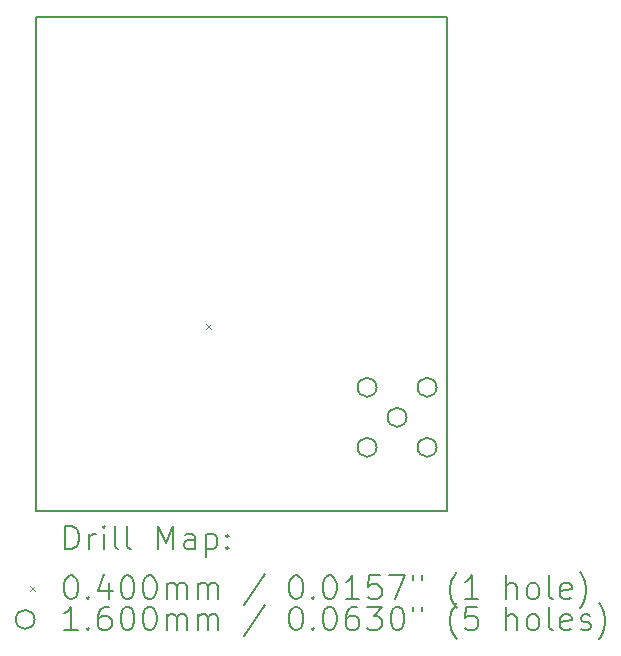
<source format=gbr>
%TF.GenerationSoftware,KiCad,Pcbnew,8.0.7-8.0.7-0~ubuntu22.04.1*%
%TF.CreationDate,2025-01-08T14:26:33-08:00*%
%TF.ProjectId,RFBackscatterV1,52464261-636b-4736-9361-747465725631,rev?*%
%TF.SameCoordinates,Original*%
%TF.FileFunction,Drillmap*%
%TF.FilePolarity,Positive*%
%FSLAX45Y45*%
G04 Gerber Fmt 4.5, Leading zero omitted, Abs format (unit mm)*
G04 Created by KiCad (PCBNEW 8.0.7-8.0.7-0~ubuntu22.04.1) date 2025-01-08 14:26:33*
%MOMM*%
%LPD*%
G01*
G04 APERTURE LIST*
%ADD10C,0.200000*%
%ADD11C,0.100000*%
%ADD12C,0.160020*%
G04 APERTURE END LIST*
D10*
X14640000Y-4500000D02*
X18123000Y-4500000D01*
X18123000Y-8686000D01*
X14640000Y-8686000D01*
X14640000Y-4500000D01*
D11*
X16080000Y-7100000D02*
X16120000Y-7140000D01*
X16120000Y-7100000D02*
X16080000Y-7140000D01*
D12*
X17525010Y-7635000D02*
G75*
G02*
X17364990Y-7635000I-80010J0D01*
G01*
X17364990Y-7635000D02*
G75*
G02*
X17525010Y-7635000I80010J0D01*
G01*
X17525010Y-8143000D02*
G75*
G02*
X17364990Y-8143000I-80010J0D01*
G01*
X17364990Y-8143000D02*
G75*
G02*
X17525010Y-8143000I80010J0D01*
G01*
X17779010Y-7889000D02*
G75*
G02*
X17618990Y-7889000I-80010J0D01*
G01*
X17618990Y-7889000D02*
G75*
G02*
X17779010Y-7889000I80010J0D01*
G01*
X18033010Y-7635000D02*
G75*
G02*
X17872990Y-7635000I-80010J0D01*
G01*
X17872990Y-7635000D02*
G75*
G02*
X18033010Y-7635000I80010J0D01*
G01*
X18033010Y-8143000D02*
G75*
G02*
X17872990Y-8143000I-80010J0D01*
G01*
X17872990Y-8143000D02*
G75*
G02*
X18033010Y-8143000I80010J0D01*
G01*
D10*
X14890777Y-9007484D02*
X14890777Y-8807484D01*
X14890777Y-8807484D02*
X14938396Y-8807484D01*
X14938396Y-8807484D02*
X14966967Y-8817008D01*
X14966967Y-8817008D02*
X14986015Y-8836055D01*
X14986015Y-8836055D02*
X14995539Y-8855103D01*
X14995539Y-8855103D02*
X15005062Y-8893198D01*
X15005062Y-8893198D02*
X15005062Y-8921770D01*
X15005062Y-8921770D02*
X14995539Y-8959865D01*
X14995539Y-8959865D02*
X14986015Y-8978912D01*
X14986015Y-8978912D02*
X14966967Y-8997960D01*
X14966967Y-8997960D02*
X14938396Y-9007484D01*
X14938396Y-9007484D02*
X14890777Y-9007484D01*
X15090777Y-9007484D02*
X15090777Y-8874150D01*
X15090777Y-8912246D02*
X15100301Y-8893198D01*
X15100301Y-8893198D02*
X15109824Y-8883674D01*
X15109824Y-8883674D02*
X15128872Y-8874150D01*
X15128872Y-8874150D02*
X15147920Y-8874150D01*
X15214586Y-9007484D02*
X15214586Y-8874150D01*
X15214586Y-8807484D02*
X15205062Y-8817008D01*
X15205062Y-8817008D02*
X15214586Y-8826531D01*
X15214586Y-8826531D02*
X15224110Y-8817008D01*
X15224110Y-8817008D02*
X15214586Y-8807484D01*
X15214586Y-8807484D02*
X15214586Y-8826531D01*
X15338396Y-9007484D02*
X15319348Y-8997960D01*
X15319348Y-8997960D02*
X15309824Y-8978912D01*
X15309824Y-8978912D02*
X15309824Y-8807484D01*
X15443158Y-9007484D02*
X15424110Y-8997960D01*
X15424110Y-8997960D02*
X15414586Y-8978912D01*
X15414586Y-8978912D02*
X15414586Y-8807484D01*
X15671729Y-9007484D02*
X15671729Y-8807484D01*
X15671729Y-8807484D02*
X15738396Y-8950341D01*
X15738396Y-8950341D02*
X15805062Y-8807484D01*
X15805062Y-8807484D02*
X15805062Y-9007484D01*
X15986015Y-9007484D02*
X15986015Y-8902722D01*
X15986015Y-8902722D02*
X15976491Y-8883674D01*
X15976491Y-8883674D02*
X15957443Y-8874150D01*
X15957443Y-8874150D02*
X15919348Y-8874150D01*
X15919348Y-8874150D02*
X15900301Y-8883674D01*
X15986015Y-8997960D02*
X15966967Y-9007484D01*
X15966967Y-9007484D02*
X15919348Y-9007484D01*
X15919348Y-9007484D02*
X15900301Y-8997960D01*
X15900301Y-8997960D02*
X15890777Y-8978912D01*
X15890777Y-8978912D02*
X15890777Y-8959865D01*
X15890777Y-8959865D02*
X15900301Y-8940817D01*
X15900301Y-8940817D02*
X15919348Y-8931293D01*
X15919348Y-8931293D02*
X15966967Y-8931293D01*
X15966967Y-8931293D02*
X15986015Y-8921770D01*
X16081253Y-8874150D02*
X16081253Y-9074150D01*
X16081253Y-8883674D02*
X16100301Y-8874150D01*
X16100301Y-8874150D02*
X16138396Y-8874150D01*
X16138396Y-8874150D02*
X16157443Y-8883674D01*
X16157443Y-8883674D02*
X16166967Y-8893198D01*
X16166967Y-8893198D02*
X16176491Y-8912246D01*
X16176491Y-8912246D02*
X16176491Y-8969389D01*
X16176491Y-8969389D02*
X16166967Y-8988436D01*
X16166967Y-8988436D02*
X16157443Y-8997960D01*
X16157443Y-8997960D02*
X16138396Y-9007484D01*
X16138396Y-9007484D02*
X16100301Y-9007484D01*
X16100301Y-9007484D02*
X16081253Y-8997960D01*
X16262205Y-8988436D02*
X16271729Y-8997960D01*
X16271729Y-8997960D02*
X16262205Y-9007484D01*
X16262205Y-9007484D02*
X16252682Y-8997960D01*
X16252682Y-8997960D02*
X16262205Y-8988436D01*
X16262205Y-8988436D02*
X16262205Y-9007484D01*
X16262205Y-8883674D02*
X16271729Y-8893198D01*
X16271729Y-8893198D02*
X16262205Y-8902722D01*
X16262205Y-8902722D02*
X16252682Y-8893198D01*
X16252682Y-8893198D02*
X16262205Y-8883674D01*
X16262205Y-8883674D02*
X16262205Y-8902722D01*
D11*
X14590000Y-9316000D02*
X14630000Y-9356000D01*
X14630000Y-9316000D02*
X14590000Y-9356000D01*
D10*
X14928872Y-9227484D02*
X14947920Y-9227484D01*
X14947920Y-9227484D02*
X14966967Y-9237008D01*
X14966967Y-9237008D02*
X14976491Y-9246531D01*
X14976491Y-9246531D02*
X14986015Y-9265579D01*
X14986015Y-9265579D02*
X14995539Y-9303674D01*
X14995539Y-9303674D02*
X14995539Y-9351293D01*
X14995539Y-9351293D02*
X14986015Y-9389389D01*
X14986015Y-9389389D02*
X14976491Y-9408436D01*
X14976491Y-9408436D02*
X14966967Y-9417960D01*
X14966967Y-9417960D02*
X14947920Y-9427484D01*
X14947920Y-9427484D02*
X14928872Y-9427484D01*
X14928872Y-9427484D02*
X14909824Y-9417960D01*
X14909824Y-9417960D02*
X14900301Y-9408436D01*
X14900301Y-9408436D02*
X14890777Y-9389389D01*
X14890777Y-9389389D02*
X14881253Y-9351293D01*
X14881253Y-9351293D02*
X14881253Y-9303674D01*
X14881253Y-9303674D02*
X14890777Y-9265579D01*
X14890777Y-9265579D02*
X14900301Y-9246531D01*
X14900301Y-9246531D02*
X14909824Y-9237008D01*
X14909824Y-9237008D02*
X14928872Y-9227484D01*
X15081253Y-9408436D02*
X15090777Y-9417960D01*
X15090777Y-9417960D02*
X15081253Y-9427484D01*
X15081253Y-9427484D02*
X15071729Y-9417960D01*
X15071729Y-9417960D02*
X15081253Y-9408436D01*
X15081253Y-9408436D02*
X15081253Y-9427484D01*
X15262205Y-9294150D02*
X15262205Y-9427484D01*
X15214586Y-9217960D02*
X15166967Y-9360817D01*
X15166967Y-9360817D02*
X15290777Y-9360817D01*
X15405062Y-9227484D02*
X15424110Y-9227484D01*
X15424110Y-9227484D02*
X15443158Y-9237008D01*
X15443158Y-9237008D02*
X15452682Y-9246531D01*
X15452682Y-9246531D02*
X15462205Y-9265579D01*
X15462205Y-9265579D02*
X15471729Y-9303674D01*
X15471729Y-9303674D02*
X15471729Y-9351293D01*
X15471729Y-9351293D02*
X15462205Y-9389389D01*
X15462205Y-9389389D02*
X15452682Y-9408436D01*
X15452682Y-9408436D02*
X15443158Y-9417960D01*
X15443158Y-9417960D02*
X15424110Y-9427484D01*
X15424110Y-9427484D02*
X15405062Y-9427484D01*
X15405062Y-9427484D02*
X15386015Y-9417960D01*
X15386015Y-9417960D02*
X15376491Y-9408436D01*
X15376491Y-9408436D02*
X15366967Y-9389389D01*
X15366967Y-9389389D02*
X15357443Y-9351293D01*
X15357443Y-9351293D02*
X15357443Y-9303674D01*
X15357443Y-9303674D02*
X15366967Y-9265579D01*
X15366967Y-9265579D02*
X15376491Y-9246531D01*
X15376491Y-9246531D02*
X15386015Y-9237008D01*
X15386015Y-9237008D02*
X15405062Y-9227484D01*
X15595539Y-9227484D02*
X15614586Y-9227484D01*
X15614586Y-9227484D02*
X15633634Y-9237008D01*
X15633634Y-9237008D02*
X15643158Y-9246531D01*
X15643158Y-9246531D02*
X15652682Y-9265579D01*
X15652682Y-9265579D02*
X15662205Y-9303674D01*
X15662205Y-9303674D02*
X15662205Y-9351293D01*
X15662205Y-9351293D02*
X15652682Y-9389389D01*
X15652682Y-9389389D02*
X15643158Y-9408436D01*
X15643158Y-9408436D02*
X15633634Y-9417960D01*
X15633634Y-9417960D02*
X15614586Y-9427484D01*
X15614586Y-9427484D02*
X15595539Y-9427484D01*
X15595539Y-9427484D02*
X15576491Y-9417960D01*
X15576491Y-9417960D02*
X15566967Y-9408436D01*
X15566967Y-9408436D02*
X15557443Y-9389389D01*
X15557443Y-9389389D02*
X15547920Y-9351293D01*
X15547920Y-9351293D02*
X15547920Y-9303674D01*
X15547920Y-9303674D02*
X15557443Y-9265579D01*
X15557443Y-9265579D02*
X15566967Y-9246531D01*
X15566967Y-9246531D02*
X15576491Y-9237008D01*
X15576491Y-9237008D02*
X15595539Y-9227484D01*
X15747920Y-9427484D02*
X15747920Y-9294150D01*
X15747920Y-9313198D02*
X15757443Y-9303674D01*
X15757443Y-9303674D02*
X15776491Y-9294150D01*
X15776491Y-9294150D02*
X15805063Y-9294150D01*
X15805063Y-9294150D02*
X15824110Y-9303674D01*
X15824110Y-9303674D02*
X15833634Y-9322722D01*
X15833634Y-9322722D02*
X15833634Y-9427484D01*
X15833634Y-9322722D02*
X15843158Y-9303674D01*
X15843158Y-9303674D02*
X15862205Y-9294150D01*
X15862205Y-9294150D02*
X15890777Y-9294150D01*
X15890777Y-9294150D02*
X15909824Y-9303674D01*
X15909824Y-9303674D02*
X15919348Y-9322722D01*
X15919348Y-9322722D02*
X15919348Y-9427484D01*
X16014586Y-9427484D02*
X16014586Y-9294150D01*
X16014586Y-9313198D02*
X16024110Y-9303674D01*
X16024110Y-9303674D02*
X16043158Y-9294150D01*
X16043158Y-9294150D02*
X16071729Y-9294150D01*
X16071729Y-9294150D02*
X16090777Y-9303674D01*
X16090777Y-9303674D02*
X16100301Y-9322722D01*
X16100301Y-9322722D02*
X16100301Y-9427484D01*
X16100301Y-9322722D02*
X16109824Y-9303674D01*
X16109824Y-9303674D02*
X16128872Y-9294150D01*
X16128872Y-9294150D02*
X16157443Y-9294150D01*
X16157443Y-9294150D02*
X16176491Y-9303674D01*
X16176491Y-9303674D02*
X16186015Y-9322722D01*
X16186015Y-9322722D02*
X16186015Y-9427484D01*
X16576491Y-9217960D02*
X16405063Y-9475103D01*
X16833634Y-9227484D02*
X16852682Y-9227484D01*
X16852682Y-9227484D02*
X16871729Y-9237008D01*
X16871729Y-9237008D02*
X16881253Y-9246531D01*
X16881253Y-9246531D02*
X16890777Y-9265579D01*
X16890777Y-9265579D02*
X16900301Y-9303674D01*
X16900301Y-9303674D02*
X16900301Y-9351293D01*
X16900301Y-9351293D02*
X16890777Y-9389389D01*
X16890777Y-9389389D02*
X16881253Y-9408436D01*
X16881253Y-9408436D02*
X16871729Y-9417960D01*
X16871729Y-9417960D02*
X16852682Y-9427484D01*
X16852682Y-9427484D02*
X16833634Y-9427484D01*
X16833634Y-9427484D02*
X16814587Y-9417960D01*
X16814587Y-9417960D02*
X16805063Y-9408436D01*
X16805063Y-9408436D02*
X16795539Y-9389389D01*
X16795539Y-9389389D02*
X16786015Y-9351293D01*
X16786015Y-9351293D02*
X16786015Y-9303674D01*
X16786015Y-9303674D02*
X16795539Y-9265579D01*
X16795539Y-9265579D02*
X16805063Y-9246531D01*
X16805063Y-9246531D02*
X16814587Y-9237008D01*
X16814587Y-9237008D02*
X16833634Y-9227484D01*
X16986015Y-9408436D02*
X16995539Y-9417960D01*
X16995539Y-9417960D02*
X16986015Y-9427484D01*
X16986015Y-9427484D02*
X16976491Y-9417960D01*
X16976491Y-9417960D02*
X16986015Y-9408436D01*
X16986015Y-9408436D02*
X16986015Y-9427484D01*
X17119348Y-9227484D02*
X17138396Y-9227484D01*
X17138396Y-9227484D02*
X17157444Y-9237008D01*
X17157444Y-9237008D02*
X17166968Y-9246531D01*
X17166968Y-9246531D02*
X17176491Y-9265579D01*
X17176491Y-9265579D02*
X17186015Y-9303674D01*
X17186015Y-9303674D02*
X17186015Y-9351293D01*
X17186015Y-9351293D02*
X17176491Y-9389389D01*
X17176491Y-9389389D02*
X17166968Y-9408436D01*
X17166968Y-9408436D02*
X17157444Y-9417960D01*
X17157444Y-9417960D02*
X17138396Y-9427484D01*
X17138396Y-9427484D02*
X17119348Y-9427484D01*
X17119348Y-9427484D02*
X17100301Y-9417960D01*
X17100301Y-9417960D02*
X17090777Y-9408436D01*
X17090777Y-9408436D02*
X17081253Y-9389389D01*
X17081253Y-9389389D02*
X17071729Y-9351293D01*
X17071729Y-9351293D02*
X17071729Y-9303674D01*
X17071729Y-9303674D02*
X17081253Y-9265579D01*
X17081253Y-9265579D02*
X17090777Y-9246531D01*
X17090777Y-9246531D02*
X17100301Y-9237008D01*
X17100301Y-9237008D02*
X17119348Y-9227484D01*
X17376491Y-9427484D02*
X17262206Y-9427484D01*
X17319348Y-9427484D02*
X17319348Y-9227484D01*
X17319348Y-9227484D02*
X17300301Y-9256055D01*
X17300301Y-9256055D02*
X17281253Y-9275103D01*
X17281253Y-9275103D02*
X17262206Y-9284627D01*
X17557444Y-9227484D02*
X17462206Y-9227484D01*
X17462206Y-9227484D02*
X17452682Y-9322722D01*
X17452682Y-9322722D02*
X17462206Y-9313198D01*
X17462206Y-9313198D02*
X17481253Y-9303674D01*
X17481253Y-9303674D02*
X17528872Y-9303674D01*
X17528872Y-9303674D02*
X17547920Y-9313198D01*
X17547920Y-9313198D02*
X17557444Y-9322722D01*
X17557444Y-9322722D02*
X17566968Y-9341770D01*
X17566968Y-9341770D02*
X17566968Y-9389389D01*
X17566968Y-9389389D02*
X17557444Y-9408436D01*
X17557444Y-9408436D02*
X17547920Y-9417960D01*
X17547920Y-9417960D02*
X17528872Y-9427484D01*
X17528872Y-9427484D02*
X17481253Y-9427484D01*
X17481253Y-9427484D02*
X17462206Y-9417960D01*
X17462206Y-9417960D02*
X17452682Y-9408436D01*
X17633634Y-9227484D02*
X17766968Y-9227484D01*
X17766968Y-9227484D02*
X17681253Y-9427484D01*
X17833634Y-9227484D02*
X17833634Y-9265579D01*
X17909825Y-9227484D02*
X17909825Y-9265579D01*
X18205063Y-9503674D02*
X18195539Y-9494150D01*
X18195539Y-9494150D02*
X18176491Y-9465579D01*
X18176491Y-9465579D02*
X18166968Y-9446531D01*
X18166968Y-9446531D02*
X18157444Y-9417960D01*
X18157444Y-9417960D02*
X18147920Y-9370341D01*
X18147920Y-9370341D02*
X18147920Y-9332246D01*
X18147920Y-9332246D02*
X18157444Y-9284627D01*
X18157444Y-9284627D02*
X18166968Y-9256055D01*
X18166968Y-9256055D02*
X18176491Y-9237008D01*
X18176491Y-9237008D02*
X18195539Y-9208436D01*
X18195539Y-9208436D02*
X18205063Y-9198912D01*
X18386015Y-9427484D02*
X18271730Y-9427484D01*
X18328872Y-9427484D02*
X18328872Y-9227484D01*
X18328872Y-9227484D02*
X18309825Y-9256055D01*
X18309825Y-9256055D02*
X18290777Y-9275103D01*
X18290777Y-9275103D02*
X18271730Y-9284627D01*
X18624111Y-9427484D02*
X18624111Y-9227484D01*
X18709825Y-9427484D02*
X18709825Y-9322722D01*
X18709825Y-9322722D02*
X18700301Y-9303674D01*
X18700301Y-9303674D02*
X18681253Y-9294150D01*
X18681253Y-9294150D02*
X18652682Y-9294150D01*
X18652682Y-9294150D02*
X18633634Y-9303674D01*
X18633634Y-9303674D02*
X18624111Y-9313198D01*
X18833634Y-9427484D02*
X18814587Y-9417960D01*
X18814587Y-9417960D02*
X18805063Y-9408436D01*
X18805063Y-9408436D02*
X18795539Y-9389389D01*
X18795539Y-9389389D02*
X18795539Y-9332246D01*
X18795539Y-9332246D02*
X18805063Y-9313198D01*
X18805063Y-9313198D02*
X18814587Y-9303674D01*
X18814587Y-9303674D02*
X18833634Y-9294150D01*
X18833634Y-9294150D02*
X18862206Y-9294150D01*
X18862206Y-9294150D02*
X18881253Y-9303674D01*
X18881253Y-9303674D02*
X18890777Y-9313198D01*
X18890777Y-9313198D02*
X18900301Y-9332246D01*
X18900301Y-9332246D02*
X18900301Y-9389389D01*
X18900301Y-9389389D02*
X18890777Y-9408436D01*
X18890777Y-9408436D02*
X18881253Y-9417960D01*
X18881253Y-9417960D02*
X18862206Y-9427484D01*
X18862206Y-9427484D02*
X18833634Y-9427484D01*
X19014587Y-9427484D02*
X18995539Y-9417960D01*
X18995539Y-9417960D02*
X18986015Y-9398912D01*
X18986015Y-9398912D02*
X18986015Y-9227484D01*
X19166968Y-9417960D02*
X19147920Y-9427484D01*
X19147920Y-9427484D02*
X19109825Y-9427484D01*
X19109825Y-9427484D02*
X19090777Y-9417960D01*
X19090777Y-9417960D02*
X19081253Y-9398912D01*
X19081253Y-9398912D02*
X19081253Y-9322722D01*
X19081253Y-9322722D02*
X19090777Y-9303674D01*
X19090777Y-9303674D02*
X19109825Y-9294150D01*
X19109825Y-9294150D02*
X19147920Y-9294150D01*
X19147920Y-9294150D02*
X19166968Y-9303674D01*
X19166968Y-9303674D02*
X19176492Y-9322722D01*
X19176492Y-9322722D02*
X19176492Y-9341770D01*
X19176492Y-9341770D02*
X19081253Y-9360817D01*
X19243158Y-9503674D02*
X19252682Y-9494150D01*
X19252682Y-9494150D02*
X19271730Y-9465579D01*
X19271730Y-9465579D02*
X19281253Y-9446531D01*
X19281253Y-9446531D02*
X19290777Y-9417960D01*
X19290777Y-9417960D02*
X19300301Y-9370341D01*
X19300301Y-9370341D02*
X19300301Y-9332246D01*
X19300301Y-9332246D02*
X19290777Y-9284627D01*
X19290777Y-9284627D02*
X19281253Y-9256055D01*
X19281253Y-9256055D02*
X19271730Y-9237008D01*
X19271730Y-9237008D02*
X19252682Y-9208436D01*
X19252682Y-9208436D02*
X19243158Y-9198912D01*
D12*
X14630000Y-9600000D02*
G75*
G02*
X14469980Y-9600000I-80010J0D01*
G01*
X14469980Y-9600000D02*
G75*
G02*
X14630000Y-9600000I80010J0D01*
G01*
D10*
X14995539Y-9691484D02*
X14881253Y-9691484D01*
X14938396Y-9691484D02*
X14938396Y-9491484D01*
X14938396Y-9491484D02*
X14919348Y-9520055D01*
X14919348Y-9520055D02*
X14900301Y-9539103D01*
X14900301Y-9539103D02*
X14881253Y-9548627D01*
X15081253Y-9672436D02*
X15090777Y-9681960D01*
X15090777Y-9681960D02*
X15081253Y-9691484D01*
X15081253Y-9691484D02*
X15071729Y-9681960D01*
X15071729Y-9681960D02*
X15081253Y-9672436D01*
X15081253Y-9672436D02*
X15081253Y-9691484D01*
X15262205Y-9491484D02*
X15224110Y-9491484D01*
X15224110Y-9491484D02*
X15205062Y-9501008D01*
X15205062Y-9501008D02*
X15195539Y-9510531D01*
X15195539Y-9510531D02*
X15176491Y-9539103D01*
X15176491Y-9539103D02*
X15166967Y-9577198D01*
X15166967Y-9577198D02*
X15166967Y-9653389D01*
X15166967Y-9653389D02*
X15176491Y-9672436D01*
X15176491Y-9672436D02*
X15186015Y-9681960D01*
X15186015Y-9681960D02*
X15205062Y-9691484D01*
X15205062Y-9691484D02*
X15243158Y-9691484D01*
X15243158Y-9691484D02*
X15262205Y-9681960D01*
X15262205Y-9681960D02*
X15271729Y-9672436D01*
X15271729Y-9672436D02*
X15281253Y-9653389D01*
X15281253Y-9653389D02*
X15281253Y-9605770D01*
X15281253Y-9605770D02*
X15271729Y-9586722D01*
X15271729Y-9586722D02*
X15262205Y-9577198D01*
X15262205Y-9577198D02*
X15243158Y-9567674D01*
X15243158Y-9567674D02*
X15205062Y-9567674D01*
X15205062Y-9567674D02*
X15186015Y-9577198D01*
X15186015Y-9577198D02*
X15176491Y-9586722D01*
X15176491Y-9586722D02*
X15166967Y-9605770D01*
X15405062Y-9491484D02*
X15424110Y-9491484D01*
X15424110Y-9491484D02*
X15443158Y-9501008D01*
X15443158Y-9501008D02*
X15452682Y-9510531D01*
X15452682Y-9510531D02*
X15462205Y-9529579D01*
X15462205Y-9529579D02*
X15471729Y-9567674D01*
X15471729Y-9567674D02*
X15471729Y-9615293D01*
X15471729Y-9615293D02*
X15462205Y-9653389D01*
X15462205Y-9653389D02*
X15452682Y-9672436D01*
X15452682Y-9672436D02*
X15443158Y-9681960D01*
X15443158Y-9681960D02*
X15424110Y-9691484D01*
X15424110Y-9691484D02*
X15405062Y-9691484D01*
X15405062Y-9691484D02*
X15386015Y-9681960D01*
X15386015Y-9681960D02*
X15376491Y-9672436D01*
X15376491Y-9672436D02*
X15366967Y-9653389D01*
X15366967Y-9653389D02*
X15357443Y-9615293D01*
X15357443Y-9615293D02*
X15357443Y-9567674D01*
X15357443Y-9567674D02*
X15366967Y-9529579D01*
X15366967Y-9529579D02*
X15376491Y-9510531D01*
X15376491Y-9510531D02*
X15386015Y-9501008D01*
X15386015Y-9501008D02*
X15405062Y-9491484D01*
X15595539Y-9491484D02*
X15614586Y-9491484D01*
X15614586Y-9491484D02*
X15633634Y-9501008D01*
X15633634Y-9501008D02*
X15643158Y-9510531D01*
X15643158Y-9510531D02*
X15652682Y-9529579D01*
X15652682Y-9529579D02*
X15662205Y-9567674D01*
X15662205Y-9567674D02*
X15662205Y-9615293D01*
X15662205Y-9615293D02*
X15652682Y-9653389D01*
X15652682Y-9653389D02*
X15643158Y-9672436D01*
X15643158Y-9672436D02*
X15633634Y-9681960D01*
X15633634Y-9681960D02*
X15614586Y-9691484D01*
X15614586Y-9691484D02*
X15595539Y-9691484D01*
X15595539Y-9691484D02*
X15576491Y-9681960D01*
X15576491Y-9681960D02*
X15566967Y-9672436D01*
X15566967Y-9672436D02*
X15557443Y-9653389D01*
X15557443Y-9653389D02*
X15547920Y-9615293D01*
X15547920Y-9615293D02*
X15547920Y-9567674D01*
X15547920Y-9567674D02*
X15557443Y-9529579D01*
X15557443Y-9529579D02*
X15566967Y-9510531D01*
X15566967Y-9510531D02*
X15576491Y-9501008D01*
X15576491Y-9501008D02*
X15595539Y-9491484D01*
X15747920Y-9691484D02*
X15747920Y-9558150D01*
X15747920Y-9577198D02*
X15757443Y-9567674D01*
X15757443Y-9567674D02*
X15776491Y-9558150D01*
X15776491Y-9558150D02*
X15805063Y-9558150D01*
X15805063Y-9558150D02*
X15824110Y-9567674D01*
X15824110Y-9567674D02*
X15833634Y-9586722D01*
X15833634Y-9586722D02*
X15833634Y-9691484D01*
X15833634Y-9586722D02*
X15843158Y-9567674D01*
X15843158Y-9567674D02*
X15862205Y-9558150D01*
X15862205Y-9558150D02*
X15890777Y-9558150D01*
X15890777Y-9558150D02*
X15909824Y-9567674D01*
X15909824Y-9567674D02*
X15919348Y-9586722D01*
X15919348Y-9586722D02*
X15919348Y-9691484D01*
X16014586Y-9691484D02*
X16014586Y-9558150D01*
X16014586Y-9577198D02*
X16024110Y-9567674D01*
X16024110Y-9567674D02*
X16043158Y-9558150D01*
X16043158Y-9558150D02*
X16071729Y-9558150D01*
X16071729Y-9558150D02*
X16090777Y-9567674D01*
X16090777Y-9567674D02*
X16100301Y-9586722D01*
X16100301Y-9586722D02*
X16100301Y-9691484D01*
X16100301Y-9586722D02*
X16109824Y-9567674D01*
X16109824Y-9567674D02*
X16128872Y-9558150D01*
X16128872Y-9558150D02*
X16157443Y-9558150D01*
X16157443Y-9558150D02*
X16176491Y-9567674D01*
X16176491Y-9567674D02*
X16186015Y-9586722D01*
X16186015Y-9586722D02*
X16186015Y-9691484D01*
X16576491Y-9481960D02*
X16405063Y-9739103D01*
X16833634Y-9491484D02*
X16852682Y-9491484D01*
X16852682Y-9491484D02*
X16871729Y-9501008D01*
X16871729Y-9501008D02*
X16881253Y-9510531D01*
X16881253Y-9510531D02*
X16890777Y-9529579D01*
X16890777Y-9529579D02*
X16900301Y-9567674D01*
X16900301Y-9567674D02*
X16900301Y-9615293D01*
X16900301Y-9615293D02*
X16890777Y-9653389D01*
X16890777Y-9653389D02*
X16881253Y-9672436D01*
X16881253Y-9672436D02*
X16871729Y-9681960D01*
X16871729Y-9681960D02*
X16852682Y-9691484D01*
X16852682Y-9691484D02*
X16833634Y-9691484D01*
X16833634Y-9691484D02*
X16814587Y-9681960D01*
X16814587Y-9681960D02*
X16805063Y-9672436D01*
X16805063Y-9672436D02*
X16795539Y-9653389D01*
X16795539Y-9653389D02*
X16786015Y-9615293D01*
X16786015Y-9615293D02*
X16786015Y-9567674D01*
X16786015Y-9567674D02*
X16795539Y-9529579D01*
X16795539Y-9529579D02*
X16805063Y-9510531D01*
X16805063Y-9510531D02*
X16814587Y-9501008D01*
X16814587Y-9501008D02*
X16833634Y-9491484D01*
X16986015Y-9672436D02*
X16995539Y-9681960D01*
X16995539Y-9681960D02*
X16986015Y-9691484D01*
X16986015Y-9691484D02*
X16976491Y-9681960D01*
X16976491Y-9681960D02*
X16986015Y-9672436D01*
X16986015Y-9672436D02*
X16986015Y-9691484D01*
X17119348Y-9491484D02*
X17138396Y-9491484D01*
X17138396Y-9491484D02*
X17157444Y-9501008D01*
X17157444Y-9501008D02*
X17166968Y-9510531D01*
X17166968Y-9510531D02*
X17176491Y-9529579D01*
X17176491Y-9529579D02*
X17186015Y-9567674D01*
X17186015Y-9567674D02*
X17186015Y-9615293D01*
X17186015Y-9615293D02*
X17176491Y-9653389D01*
X17176491Y-9653389D02*
X17166968Y-9672436D01*
X17166968Y-9672436D02*
X17157444Y-9681960D01*
X17157444Y-9681960D02*
X17138396Y-9691484D01*
X17138396Y-9691484D02*
X17119348Y-9691484D01*
X17119348Y-9691484D02*
X17100301Y-9681960D01*
X17100301Y-9681960D02*
X17090777Y-9672436D01*
X17090777Y-9672436D02*
X17081253Y-9653389D01*
X17081253Y-9653389D02*
X17071729Y-9615293D01*
X17071729Y-9615293D02*
X17071729Y-9567674D01*
X17071729Y-9567674D02*
X17081253Y-9529579D01*
X17081253Y-9529579D02*
X17090777Y-9510531D01*
X17090777Y-9510531D02*
X17100301Y-9501008D01*
X17100301Y-9501008D02*
X17119348Y-9491484D01*
X17357444Y-9491484D02*
X17319348Y-9491484D01*
X17319348Y-9491484D02*
X17300301Y-9501008D01*
X17300301Y-9501008D02*
X17290777Y-9510531D01*
X17290777Y-9510531D02*
X17271729Y-9539103D01*
X17271729Y-9539103D02*
X17262206Y-9577198D01*
X17262206Y-9577198D02*
X17262206Y-9653389D01*
X17262206Y-9653389D02*
X17271729Y-9672436D01*
X17271729Y-9672436D02*
X17281253Y-9681960D01*
X17281253Y-9681960D02*
X17300301Y-9691484D01*
X17300301Y-9691484D02*
X17338396Y-9691484D01*
X17338396Y-9691484D02*
X17357444Y-9681960D01*
X17357444Y-9681960D02*
X17366968Y-9672436D01*
X17366968Y-9672436D02*
X17376491Y-9653389D01*
X17376491Y-9653389D02*
X17376491Y-9605770D01*
X17376491Y-9605770D02*
X17366968Y-9586722D01*
X17366968Y-9586722D02*
X17357444Y-9577198D01*
X17357444Y-9577198D02*
X17338396Y-9567674D01*
X17338396Y-9567674D02*
X17300301Y-9567674D01*
X17300301Y-9567674D02*
X17281253Y-9577198D01*
X17281253Y-9577198D02*
X17271729Y-9586722D01*
X17271729Y-9586722D02*
X17262206Y-9605770D01*
X17443158Y-9491484D02*
X17566968Y-9491484D01*
X17566968Y-9491484D02*
X17500301Y-9567674D01*
X17500301Y-9567674D02*
X17528872Y-9567674D01*
X17528872Y-9567674D02*
X17547920Y-9577198D01*
X17547920Y-9577198D02*
X17557444Y-9586722D01*
X17557444Y-9586722D02*
X17566968Y-9605770D01*
X17566968Y-9605770D02*
X17566968Y-9653389D01*
X17566968Y-9653389D02*
X17557444Y-9672436D01*
X17557444Y-9672436D02*
X17547920Y-9681960D01*
X17547920Y-9681960D02*
X17528872Y-9691484D01*
X17528872Y-9691484D02*
X17471729Y-9691484D01*
X17471729Y-9691484D02*
X17452682Y-9681960D01*
X17452682Y-9681960D02*
X17443158Y-9672436D01*
X17690777Y-9491484D02*
X17709825Y-9491484D01*
X17709825Y-9491484D02*
X17728872Y-9501008D01*
X17728872Y-9501008D02*
X17738396Y-9510531D01*
X17738396Y-9510531D02*
X17747920Y-9529579D01*
X17747920Y-9529579D02*
X17757444Y-9567674D01*
X17757444Y-9567674D02*
X17757444Y-9615293D01*
X17757444Y-9615293D02*
X17747920Y-9653389D01*
X17747920Y-9653389D02*
X17738396Y-9672436D01*
X17738396Y-9672436D02*
X17728872Y-9681960D01*
X17728872Y-9681960D02*
X17709825Y-9691484D01*
X17709825Y-9691484D02*
X17690777Y-9691484D01*
X17690777Y-9691484D02*
X17671729Y-9681960D01*
X17671729Y-9681960D02*
X17662206Y-9672436D01*
X17662206Y-9672436D02*
X17652682Y-9653389D01*
X17652682Y-9653389D02*
X17643158Y-9615293D01*
X17643158Y-9615293D02*
X17643158Y-9567674D01*
X17643158Y-9567674D02*
X17652682Y-9529579D01*
X17652682Y-9529579D02*
X17662206Y-9510531D01*
X17662206Y-9510531D02*
X17671729Y-9501008D01*
X17671729Y-9501008D02*
X17690777Y-9491484D01*
X17833634Y-9491484D02*
X17833634Y-9529579D01*
X17909825Y-9491484D02*
X17909825Y-9529579D01*
X18205063Y-9767674D02*
X18195539Y-9758150D01*
X18195539Y-9758150D02*
X18176491Y-9729579D01*
X18176491Y-9729579D02*
X18166968Y-9710531D01*
X18166968Y-9710531D02*
X18157444Y-9681960D01*
X18157444Y-9681960D02*
X18147920Y-9634341D01*
X18147920Y-9634341D02*
X18147920Y-9596246D01*
X18147920Y-9596246D02*
X18157444Y-9548627D01*
X18157444Y-9548627D02*
X18166968Y-9520055D01*
X18166968Y-9520055D02*
X18176491Y-9501008D01*
X18176491Y-9501008D02*
X18195539Y-9472436D01*
X18195539Y-9472436D02*
X18205063Y-9462912D01*
X18376491Y-9491484D02*
X18281253Y-9491484D01*
X18281253Y-9491484D02*
X18271730Y-9586722D01*
X18271730Y-9586722D02*
X18281253Y-9577198D01*
X18281253Y-9577198D02*
X18300301Y-9567674D01*
X18300301Y-9567674D02*
X18347920Y-9567674D01*
X18347920Y-9567674D02*
X18366968Y-9577198D01*
X18366968Y-9577198D02*
X18376491Y-9586722D01*
X18376491Y-9586722D02*
X18386015Y-9605770D01*
X18386015Y-9605770D02*
X18386015Y-9653389D01*
X18386015Y-9653389D02*
X18376491Y-9672436D01*
X18376491Y-9672436D02*
X18366968Y-9681960D01*
X18366968Y-9681960D02*
X18347920Y-9691484D01*
X18347920Y-9691484D02*
X18300301Y-9691484D01*
X18300301Y-9691484D02*
X18281253Y-9681960D01*
X18281253Y-9681960D02*
X18271730Y-9672436D01*
X18624111Y-9691484D02*
X18624111Y-9491484D01*
X18709825Y-9691484D02*
X18709825Y-9586722D01*
X18709825Y-9586722D02*
X18700301Y-9567674D01*
X18700301Y-9567674D02*
X18681253Y-9558150D01*
X18681253Y-9558150D02*
X18652682Y-9558150D01*
X18652682Y-9558150D02*
X18633634Y-9567674D01*
X18633634Y-9567674D02*
X18624111Y-9577198D01*
X18833634Y-9691484D02*
X18814587Y-9681960D01*
X18814587Y-9681960D02*
X18805063Y-9672436D01*
X18805063Y-9672436D02*
X18795539Y-9653389D01*
X18795539Y-9653389D02*
X18795539Y-9596246D01*
X18795539Y-9596246D02*
X18805063Y-9577198D01*
X18805063Y-9577198D02*
X18814587Y-9567674D01*
X18814587Y-9567674D02*
X18833634Y-9558150D01*
X18833634Y-9558150D02*
X18862206Y-9558150D01*
X18862206Y-9558150D02*
X18881253Y-9567674D01*
X18881253Y-9567674D02*
X18890777Y-9577198D01*
X18890777Y-9577198D02*
X18900301Y-9596246D01*
X18900301Y-9596246D02*
X18900301Y-9653389D01*
X18900301Y-9653389D02*
X18890777Y-9672436D01*
X18890777Y-9672436D02*
X18881253Y-9681960D01*
X18881253Y-9681960D02*
X18862206Y-9691484D01*
X18862206Y-9691484D02*
X18833634Y-9691484D01*
X19014587Y-9691484D02*
X18995539Y-9681960D01*
X18995539Y-9681960D02*
X18986015Y-9662912D01*
X18986015Y-9662912D02*
X18986015Y-9491484D01*
X19166968Y-9681960D02*
X19147920Y-9691484D01*
X19147920Y-9691484D02*
X19109825Y-9691484D01*
X19109825Y-9691484D02*
X19090777Y-9681960D01*
X19090777Y-9681960D02*
X19081253Y-9662912D01*
X19081253Y-9662912D02*
X19081253Y-9586722D01*
X19081253Y-9586722D02*
X19090777Y-9567674D01*
X19090777Y-9567674D02*
X19109825Y-9558150D01*
X19109825Y-9558150D02*
X19147920Y-9558150D01*
X19147920Y-9558150D02*
X19166968Y-9567674D01*
X19166968Y-9567674D02*
X19176492Y-9586722D01*
X19176492Y-9586722D02*
X19176492Y-9605770D01*
X19176492Y-9605770D02*
X19081253Y-9624817D01*
X19252682Y-9681960D02*
X19271730Y-9691484D01*
X19271730Y-9691484D02*
X19309825Y-9691484D01*
X19309825Y-9691484D02*
X19328873Y-9681960D01*
X19328873Y-9681960D02*
X19338396Y-9662912D01*
X19338396Y-9662912D02*
X19338396Y-9653389D01*
X19338396Y-9653389D02*
X19328873Y-9634341D01*
X19328873Y-9634341D02*
X19309825Y-9624817D01*
X19309825Y-9624817D02*
X19281253Y-9624817D01*
X19281253Y-9624817D02*
X19262206Y-9615293D01*
X19262206Y-9615293D02*
X19252682Y-9596246D01*
X19252682Y-9596246D02*
X19252682Y-9586722D01*
X19252682Y-9586722D02*
X19262206Y-9567674D01*
X19262206Y-9567674D02*
X19281253Y-9558150D01*
X19281253Y-9558150D02*
X19309825Y-9558150D01*
X19309825Y-9558150D02*
X19328873Y-9567674D01*
X19405063Y-9767674D02*
X19414587Y-9758150D01*
X19414587Y-9758150D02*
X19433634Y-9729579D01*
X19433634Y-9729579D02*
X19443158Y-9710531D01*
X19443158Y-9710531D02*
X19452682Y-9681960D01*
X19452682Y-9681960D02*
X19462206Y-9634341D01*
X19462206Y-9634341D02*
X19462206Y-9596246D01*
X19462206Y-9596246D02*
X19452682Y-9548627D01*
X19452682Y-9548627D02*
X19443158Y-9520055D01*
X19443158Y-9520055D02*
X19433634Y-9501008D01*
X19433634Y-9501008D02*
X19414587Y-9472436D01*
X19414587Y-9472436D02*
X19405063Y-9462912D01*
M02*

</source>
